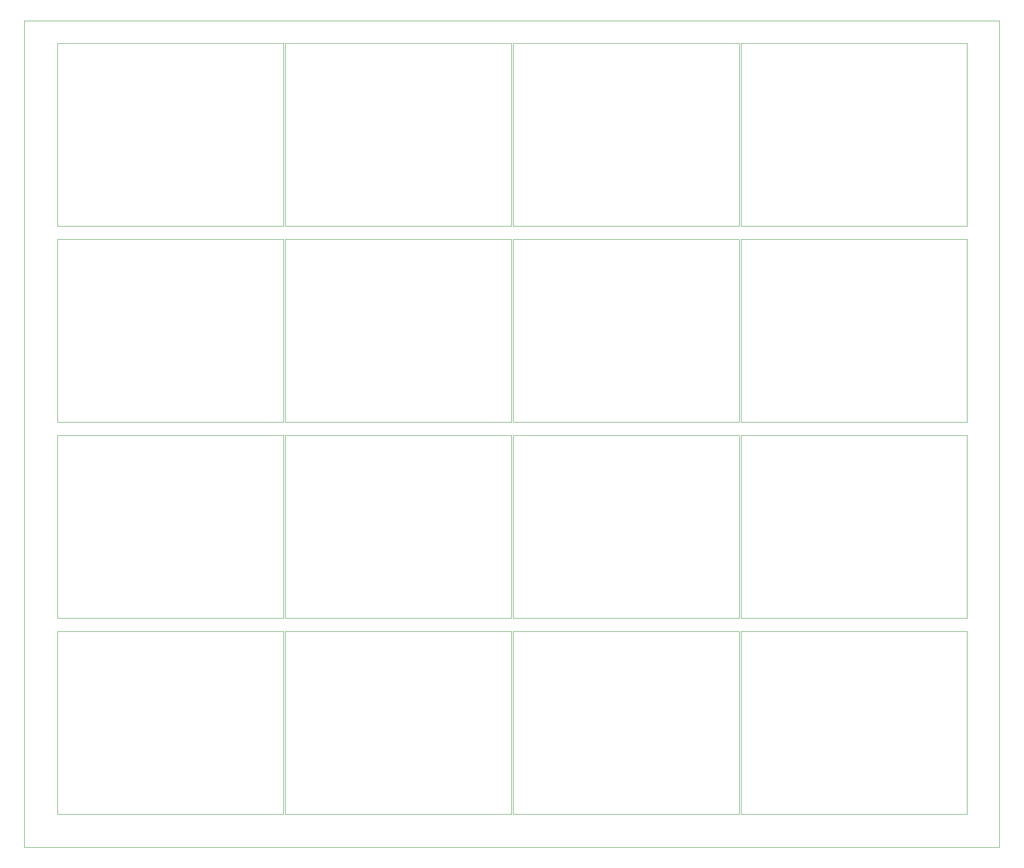
<source format=gko>
G04*
G04 #@! TF.GenerationSoftware,Altium Limited,Altium Designer,18.1.9 (240)*
G04*
G04 Layer_Color=16711935*
%FSLAX24Y24*%
%MOIN*%
G70*
G01*
G75*
%ADD50C,0.0010*%
%ADD51C,0.0020*%
D50*
X0Y0D02*
Y62400D01*
X73600D01*
Y0D02*
Y62400D01*
X0Y0D02*
X73600D01*
D51*
X2501Y2500D02*
Y16300D01*
Y2500D02*
X19550D01*
X2501Y16300D02*
X19550D01*
Y2500D02*
Y16300D01*
X19701Y2500D02*
Y16300D01*
Y2500D02*
X36750D01*
X19701Y16300D02*
X36750D01*
Y2500D02*
Y16300D01*
X36901Y2500D02*
Y16300D01*
Y2500D02*
X53950D01*
X36901Y16300D02*
X53950D01*
Y2500D02*
Y16300D01*
X54101Y2500D02*
Y16300D01*
Y2500D02*
X71150D01*
X54101Y16300D02*
X71150D01*
Y2500D02*
Y16300D01*
X2501Y17300D02*
Y31100D01*
Y17300D02*
X19550D01*
X2501Y31100D02*
X19550D01*
Y17300D02*
Y31100D01*
X19701Y17300D02*
Y31100D01*
Y17300D02*
X36750D01*
X19701Y31100D02*
X36750D01*
Y17300D02*
Y31100D01*
X36901Y17300D02*
Y31100D01*
Y17300D02*
X53950D01*
X36901Y31100D02*
X53950D01*
Y17300D02*
Y31100D01*
X54101Y17300D02*
Y31100D01*
Y17300D02*
X71150D01*
X54101Y31100D02*
X71150D01*
Y17300D02*
Y31100D01*
X2501Y32100D02*
Y45900D01*
Y32100D02*
X19550D01*
X2501Y45900D02*
X19550D01*
Y32100D02*
Y45900D01*
X19701Y32100D02*
Y45900D01*
Y32100D02*
X36750D01*
X19701Y45900D02*
X36750D01*
Y32100D02*
Y45900D01*
X36901Y32100D02*
Y45900D01*
Y32100D02*
X53950D01*
X36901Y45900D02*
X53950D01*
Y32100D02*
Y45900D01*
X54101Y32100D02*
Y45900D01*
Y32100D02*
X71150D01*
X54101Y45900D02*
X71150D01*
Y32100D02*
Y45900D01*
X2501Y46900D02*
Y60700D01*
Y46900D02*
X19550D01*
X2501Y60700D02*
X19550D01*
Y46900D02*
Y60700D01*
X19701Y46900D02*
Y60700D01*
Y46900D02*
X36750D01*
X19701Y60700D02*
X36750D01*
Y46900D02*
Y60700D01*
X36901Y46900D02*
Y60700D01*
Y46900D02*
X53950D01*
X36901Y60700D02*
X53950D01*
Y46900D02*
Y60700D01*
X54101Y46900D02*
Y60700D01*
Y46900D02*
X71150D01*
X54101Y60700D02*
X71150D01*
Y46900D02*
Y60700D01*
M02*

</source>
